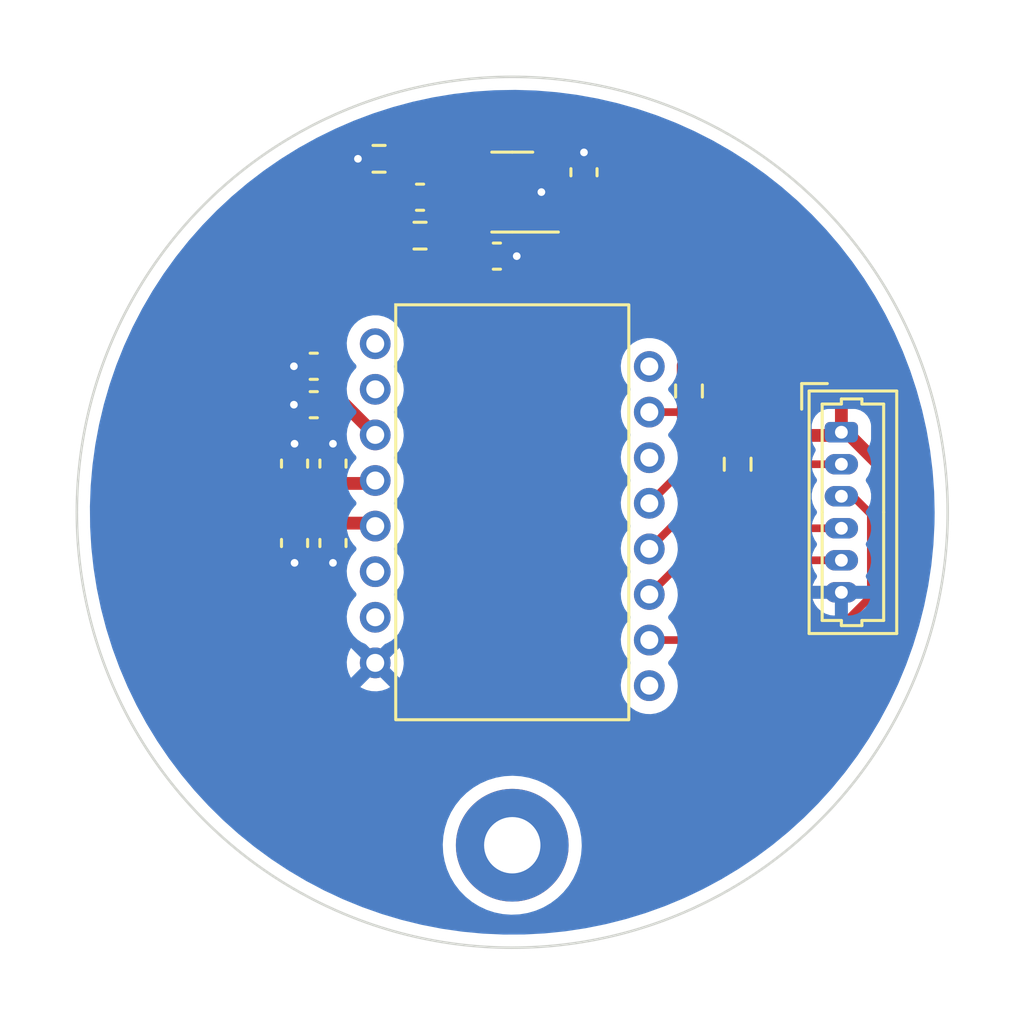
<source format=kicad_pcb>
(kicad_pcb (version 20211014) (generator pcbnew)
  (layers (0 "F.Cu" signal) (31 "B.Cu" power) (34 "B.Paste" user) (35 "F.Paste" user) (36 "B.SilkS" user "B.Silkscreen") (37 "F.SilkS" user "F.Silkscreen") (38 "B.Mask" user) (39 "F.Mask" user) (44 "Edge.Cuts" user))
  (net 0 "")
  (net 1 "VDDIO")
  (net 2 "GND")
  (net 3 "VDD")
  (net 4 "Net-(C2-Pad2)")
  (net 5 "VDDPIX")
  (net 6 "NCS")
  (net 7 "SCLK")
  (net 8 "MISO")
  (net 9 "MOSI")
  (net 10 "LED_P")
  (footprint "Capacitor_SMD:C_0603_1608Metric" (layer "F.Cu") (at 142.25 94.3 180)
    (fp_text reference "C8")
    (fp_text value "4.7uF")
    (fp_line (start -0.14058 -0.51) (end 0.14058 -0.51) (layer "F.SilkS") (width 0.12))
    (fp_line (start -0.14058 0.51) (end 0.14058 0.51) (layer "F.SilkS") (width 0.12))
    (pad "1" smd roundrect (at -0.775 0 180) (size 0.9 0.95) (layers "F.Cu" "F.Paste" "F.Mask") (net 5 "VDDPIX"))
    (pad "2" smd roundrect (at 0.775 0 180) (size 0.9 0.95) (layers "F.Cu" "F.Paste" "F.Mask") (net 2 "GND"))
  )
  (footprint "Package_TO_SOT_SMD:SOT-23-5" (layer "F.Cu") (at 150 87.5 180)
    (fp_text reference "LDO1")
    (fp_text value "AP2127K-ADJ")
    (fp_line (start 0 -1.56) (end -1.8 -1.56) (layer "F.SilkS") (width 0.12))
    (fp_line (start 0 -1.56) (end 0.8 -1.56) (layer "F.SilkS") (width 0.12))
    (fp_line (start 0 1.56) (end 0.8 1.56) (layer "F.SilkS") (width 0.12))
    (fp_line (start 0 1.56) (end -0.8 1.56) (layer "F.SilkS") (width 0.12))
    (pad "1" smd roundrect (at -1.1375 -0.95 180) (size 1.325 0.6) (layers "F.Cu" "F.Paste" "F.Mask") (net 1 "VDDIO"))
    (pad "2" smd roundrect (at -1.1375 0 180) (size 1.325 0.6) (layers "F.Cu" "F.Paste" "F.Mask") (net 2 "GND"))
    (pad "3" smd roundrect (at -1.1375 0.95 180) (size 1.325 0.6) (layers "F.Cu" "F.Paste" "F.Mask") (net 1 "VDDIO"))
    (pad "4" smd roundrect (at 1.1375 0.95 180) (size 1.325 0.6) (layers "F.Cu" "F.Paste" "F.Mask") (net 4 "Net-(C2-Pad2)"))
    (pad "5" smd roundrect (at 1.1375 -0.95 180) (size 1.325 0.6) (layers "F.Cu" "F.Paste" "F.Mask") (net 3 "VDD"))
  )
  (footprint "Capacitor_SMD:C_0603_1608Metric" (layer "F.Cu") (at 146.4 87.7 180)
    (fp_text reference "C2")
    (fp_text value "1.3pF")
    (fp_line (start -0.14058 -0.51) (end 0.14058 -0.51) (layer "F.SilkS") (width 0.12))
    (fp_line (start -0.14058 0.51) (end 0.14058 0.51) (layer "F.SilkS") (width 0.12))
    (pad "1" smd roundrect (at -0.775 0 180) (size 0.9 0.95) (layers "F.Cu" "F.Paste" "F.Mask") (net 3 "VDD"))
    (pad "2" smd roundrect (at 0.775 0 180) (size 0.9 0.95) (layers "F.Cu" "F.Paste" "F.Mask") (net 4 "Net-(C2-Pad2)"))
  )
  (footprint "Capacitor_SMD:C_0603_1608Metric" (layer "F.Cu") (at 149.4 90)
    (fp_text reference "C3")
    (fp_text value "10uF")
    (fp_line (start -0.14058 -0.51) (end 0.14058 -0.51) (layer "F.SilkS") (width 0.12))
    (fp_line (start -0.14058 0.51) (end 0.14058 0.51) (layer "F.SilkS") (width 0.12))
    (pad "1" smd roundrect (at -0.775 0) (size 0.9 0.95) (layers "F.Cu" "F.Paste" "F.Mask") (net 3 "VDD"))
    (pad "2" smd roundrect (at 0.775 0) (size 0.9 0.95) (layers "F.Cu" "F.Paste" "F.Mask") (net 2 "GND"))
  )
  (footprint "Connector_Molex:Molex_PicoBlade_53047-0610_1x06_P1.25mm_Vertical" (layer "F.Cu") (at 162.85 96.875 -90)
    (fp_text reference "H1")
    (fp_text value "Conn_01x06")
    (fp_line (start -1.1 0.75) (end -1.1 0) (layer "F.SilkS") (width 0.12))
    (fp_line (start -1.3 0) (end -1.3 -0.8) (layer "F.SilkS") (width 0.12))
    (fp_line (start 7.35 -1.65) (end 3.125 -1.65) (layer "F.SilkS") (width 0.12))
    (fp_line (start -1.9 1.55) (end -0.9 1.55) (layer "F.SilkS") (width 0.12))
    (fp_line (start -1.1 0) (end -1.3 0) (layer "F.SilkS") (width 0.12))
    (fp_line (start 7.35 -0.8) (end 7.35 -1.65) (layer "F.SilkS") (width 0.12))
    (fp_line (start 3.125 0.75) (end -1.1 0.75) (layer "F.SilkS") (width 0.12))
    (fp_line (start 7.55 -0.8) (end 7.35 -0.8) (layer "F.SilkS") (width 0.12))
    (fp_line (start -1.3 -0.8) (end -1.1 -0.8) (layer "F.SilkS") (width 0.12))
    (fp_line (start 7.35 0) (end 7.55 0) (layer "F.SilkS") (width 0.12))
    (fp_line (start -1.1 -1.65) (end 3.125 -1.65) (layer "F.SilkS") (width 0.12))
    (fp_line (start -1.61 -2.16) (end -1.61 1.26) (layer "F.SilkS") (width 0.12))
    (fp_line (start 7.55 0) (end 7.55 -0.8) (layer "F.SilkS") (width 0.12))
    (fp_line (start 3.125 0.75) (end 7.35 0.75) (layer "F.SilkS") (width 0.12))
    (fp_line (start -1.61 1.26) (end 7.86 1.26) (layer "F.SilkS") (width 0.12))
    (fp_line (start 7.86 1.26) (end 7.86 -2.16) (layer "F.SilkS") (width 0.12))
    (fp_line (start 7.35 0.75) (end 7.35 0) (layer "F.SilkS") (width 0.12))
    (fp_line (start 7.86 -2.16) (end -1.61 -2.16) (layer "F.SilkS") (width 0.12))
    (fp_line (start -1.1 -0.8) (end -1.1 -1.65) (layer "F.SilkS") (width 0.12))
    (fp_line (start -1.9 1.55) (end -1.9 0.55) (layer "F.SilkS") (width 0.12))
    (pad "1" thru_hole roundrect (at 0 0 270) (size 0.8 1.3) (drill 0.5) (layers *.Cu *.Mask) (net 1 "VDDIO"))
    (pad "2" thru_hole oval (at 1.25 0 270) (size 0.8 1.3) (drill 0.5) (layers *.Cu *.Mask) (net 6 "NCS"))
    (pad "3" thru_hole oval (at 2.5 0 270) (size 0.8 1.3) (drill 0.5) (layers *.Cu *.Mask) (net 7 "SCLK"))
    (pad "4" thru_hole oval (at 3.75 0 270) (size 0.8 1.3) (drill 0.5) (layers *.Cu *.Mask) (net 8 "MISO"))
    (pad "5" thru_hole oval (at 5 0 270) (size 0.8 1.3) (drill 0.5) (layers *.Cu *.Mask) (net 9 "MOSI"))
    (pad "6" thru_hole oval (at 6.25 0 270) (size 0.8 1.3) (drill 0.5) (layers *.Cu *.Mask) (net 2 "GND"))
  )
  (footprint "Resistor_SMD:R_0603_1608Metric" (layer "F.Cu") (at 144.8 86.2 180)
    (fp_text reference "R2")
    (fp_text value "10KR")
    (fp_line (start -0.237258 -0.5225) (end 0.237258 -0.5225) (layer "F.SilkS") (width 0.12))
    (fp_line (start -0.237258 0.5225) (end 0.237258 0.5225) (layer "F.SilkS") (width 0.12))
    (pad "1" smd roundrect (at -0.825 0 180) (size 0.8 0.95) (layers "F.Cu" "F.Paste" "F.Mask") (net 4 "Net-(C2-Pad2)"))
    (pad "2" smd roundrect (at 0.825 0 180) (size 0.8 0.95) (layers "F.Cu" "F.Paste" "F.Mask") (net 2 "GND"))
  )
  (footprint "Capacitor_SMD:C_0603_1608Metric" (layer "F.Cu") (at 141.5 101.2 -90)
    (fp_text reference "C6")
    (fp_text value "10uF")
    (fp_line (start -0.14058 0.51) (end 0.14058 0.51) (layer "F.SilkS") (width 0.12))
    (fp_line (start -0.14058 -0.51) (end 0.14058 -0.51) (layer "F.SilkS") (width 0.12))
    (pad "1" smd roundrect (at -0.775 0 270) (size 0.9 0.95) (layers "F.Cu" "F.Paste" "F.Mask") (net 1 "VDDIO"))
    (pad "2" smd roundrect (at 0.775 0 270) (size 0.9 0.95) (layers "F.Cu" "F.Paste" "F.Mask") (net 2 "GND"))
  )
  (footprint "Capacitor_SMD:C_0603_1608Metric" (layer "F.Cu") (at 143 98.1 90)
    (fp_text reference "C5")
    (fp_text value "100nF")
    (fp_line (start -0.14058 0.51) (end 0.14058 0.51) (layer "F.SilkS") (width 0.12))
    (fp_line (start -0.14058 -0.51) (end 0.14058 -0.51) (layer "F.SilkS") (width 0.12))
    (pad "1" smd roundrect (at -0.775 0 90) (size 0.9 0.95) (layers "F.Cu" "F.Paste" "F.Mask") (net 3 "VDD"))
    (pad "2" smd roundrect (at 0.775 0 90) (size 0.9 0.95) (layers "F.Cu" "F.Paste" "F.Mask") (net 2 "GND"))
  )
  (footprint "Resistor_SMD:R_0603_1608Metric" (layer "F.Cu") (at 156.9 95.265 90)
    (fp_text reference "R3")
    (fp_text value "39R")
    (fp_line (start -0.237258 0.5225) (end 0.237258 0.5225) (layer "F.SilkS") (width 0.12))
    (fp_line (start -0.237258 -0.5225) (end 0.237258 -0.5225) (layer "F.SilkS") (width 0.12))
    (pad "1" smd roundrect (at -0.825 0 90) (size 0.8 0.95) (layers "F.Cu" "F.Paste" "F.Mask") (net 10 "LED_P"))
    (pad "2" smd roundrect (at 0.825 0 90) (size 0.8 0.95) (layers "F.Cu" "F.Paste" "F.Mask") (net 3 "VDD"))
  )
  (footprint "PixArt:PMW3360DM-T2QU" (layer "F.Cu") (at 150 100)
    (fp_text reference "SN1")
    (fp_text value "PMW3360DM-T2QU")
    (fp_rect (start -4.55 -8.1) (end 4.55 8.1) (layer "F.SilkS") (width 0.12) (fill none))
    (pad "1" thru_hole circle (at -5.35 -6.58) (size 1.2 1.2) (drill 0.7) (layers *.Cu *.Mask))
    (pad "2" thru_hole circle (at -5.35 -4.8) (size 1.2 1.2) (drill 0.7) (layers *.Cu *.Mask))
    (pad "3" thru_hole circle (at -5.35 -3.02) (size 1.2 1.2) (drill 0.7) (layers *.Cu *.Mask) (net 5 "VDDPIX"))
    (pad "4" thru_hole circle (at -5.35 -1.24) (size 1.2 1.2) (drill 0.7) (layers *.Cu *.Mask) (net 3 "VDD"))
    (pad "5" thru_hole circle (at -5.35 0.54) (size 1.2 1.2) (drill 0.7) (layers *.Cu *.Mask) (net 1 "VDDIO"))
    (pad "6" thru_hole circle (at -5.35 2.32) (size 1.2 1.2) (drill 0.7) (layers *.Cu *.Mask))
    (pad "7" thru_hole circle (at -5.35 4.1) (size 1.2 1.2) (drill 0.7) (layers *.Cu *.Mask))
    (pad "8" thru_hole circle (at -5.35 5.88) (size 1.2 1.2) (drill 0.7) (layers *.Cu *.Mask) (net 2 "GND"))
    (pad "9" thru_hole circle (at 5.35 6.77) (size 1.2 1.2) (drill 0.7) (layers *.Cu *.Mask))
    (pad "10" thru_hole circle (at 5.35 4.99) (size 1.2 1.2) (drill 0.7) (layers *.Cu *.Mask) (net 7 "SCLK"))
    (pad "11" thru_hole circle (at 5.35 3.21) (size 1.2 1.2) (drill 0.7) (layers *.Cu *.Mask) (net 9 "MOSI"))
    (pad "12" thru_hole circle (at 5.35 1.43) (size 1.2 1.2) (drill 0.7) (layers *.Cu *.Mask) (net 8 "MISO"))
    (pad "13" thru_hole circle (at 5.35 -0.35) (size 1.2 1.2) (drill 0.7) (layers *.Cu *.Mask) (net 6 "NCS"))
    (pad "14" thru_hole circle (at 5.35 -2.13) (size 1.2 1.2) (drill 0.7) (layers *.Cu *.Mask))
    (pad "15" thru_hole circle (at 5.35 -3.91) (size 1.2 1.2) (drill 0.7) (layers *.Cu *.Mask) (net 10 "LED_P"))
    (pad "16" thru_hole circle (at 5.35 -5.69) (size 1.2 1.2) (drill 0.7) (layers *.Cu *.Mask))
  )
  (footprint "Capacitor_SMD:C_0603_1608Metric" (layer "F.Cu") (at 152.8 86.725 90)
    (fp_text reference "C1")
    (fp_text value "10uF")
    (fp_line (start -0.14058 -0.51) (end 0.14058 -0.51) (layer "F.SilkS") (width 0.12))
    (fp_line (start -0.14058 0.51) (end 0.14058 0.51) (layer "F.SilkS") (width 0.12))
    (pad "1" smd roundrect (at -0.775 0 90) (size 0.9 0.95) (layers "F.Cu" "F.Paste" "F.Mask") (net 1 "VDDIO"))
    (pad "2" smd roundrect (at 0.775 0 90) (size 0.9 0.95) (layers "F.Cu" "F.Paste" "F.Mask") (net 2 "GND"))
  )
  (footprint "Capacitor_SMD:C_0603_1608Metric" (layer "F.Cu") (at 143 101.2 -90)
    (fp_text reference "C7")
    (fp_text value "100nF")
    (fp_line (start -0.14058 -0.51) (end 0.14058 -0.51) (layer "F.SilkS") (width 0.12))
    (fp_line (start -0.14058 0.51) (end 0.14058 0.51) (layer "F.SilkS") (width 0.12))
    (pad "1" smd roundrect (at -0.775 0 270) (size 0.9 0.95) (layers "F.Cu" "F.Paste" "F.Mask") (net 1 "VDDIO"))
    (pad "2" smd roundrect (at 0.775 0 270) (size 0.9 0.95) (layers "F.Cu" "F.Paste" "F.Mask") (net 2 "GND"))
  )
  (footprint "Resistor_SMD:R_0603_1608Metric" (layer "F.Cu") (at 158.8 98.125 90)
    (fp_text reference "R4")
    (fp_text value "10KR")
    (fp_line (start -0.237258 -0.5225) (end 0.237258 -0.5225) (layer "F.SilkS") (width 0.12))
    (fp_line (start -0.237258 0.5225) (end 0.237258 0.5225) (layer "F.SilkS") (width 0.12))
    (pad "1" smd roundrect (at -0.825 0 90) (size 0.8 0.95) (layers "F.Cu" "F.Paste" "F.Mask") (net 8 "MISO"))
    (pad "2" smd roundrect (at 0.825 0 90) (size 0.8 0.95) (layers "F.Cu" "F.Paste" "F.Mask") (net 1 "VDDIO"))
  )
  (footprint "Resistor_SMD:R_0603_1608Metric" (layer "F.Cu") (at 146.4 89.2 180)
    (fp_text reference "R1")
    (fp_text value "15KR")
    (fp_line (start -0.237258 -0.5225) (end 0.237258 -0.5225) (layer "F.SilkS") (width 0.12))
    (fp_line (start -0.237258 0.5225) (end 0.237258 0.5225) (layer "F.SilkS") (width 0.12))
    (pad "1" smd roundrect (at -0.825 0 180) (size 0.8 0.95) (layers "F.Cu" "F.Paste" "F.Mask") (net 3 "VDD"))
    (pad "2" smd roundrect (at 0.825 0 180) (size 0.8 0.95) (layers "F.Cu" "F.Paste" "F.Mask") (net 4 "Net-(C2-Pad2)"))
  )
  (footprint "Capacitor_SMD:C_0603_1608Metric" (layer "F.Cu") (at 141.5 98.1 90)
    (fp_text reference "C4")
    (fp_text value "10uF")
    (fp_line (start -0.14058 0.51) (end 0.14058 0.51) (layer "F.SilkS") (width 0.12))
    (fp_line (start -0.14058 -0.51) (end 0.14058 -0.51) (layer "F.SilkS") (width 0.12))
    (pad "1" smd roundrect (at -0.775 0 90) (size 0.9 0.95) (layers "F.Cu" "F.Paste" "F.Mask") (net 3 "VDD"))
    (pad "2" smd roundrect (at 0.775 0 90) (size 0.9 0.95) (layers "F.Cu" "F.Paste" "F.Mask") (net 2 "GND"))
  )
  (footprint "MountingHole:MountingHole_2.2mm_M2_Pad" (layer "F.Cu") (at 150 113)
    (fp_text reference "MNT1")
    (fp_text value "MountingHole")
    (pad "1" thru_hole circle (at 0 0) (size 4.4 4.4) (drill 2.2) (layers *.Cu *.Mask))
  )
  (footprint "Capacitor_SMD:C_0603_1608Metric" (layer "F.Cu") (at 142.25 95.8 180)
    (fp_text reference "C9")
    (fp_text value "100nF")
    (fp_line (start -0.14058 0.51) (end 0.14058 0.51) (layer "F.SilkS") (width 0.12))
    (fp_line (start -0.14058 -0.51) (end 0.14058 -0.51) (layer "F.SilkS") (width 0.12))
    (pad "1" smd roundrect (at -0.775 0 180) (size 0.9 0.95) (layers "F.Cu" "F.Paste" "F.Mask") (net 5 "VDDPIX"))
    (pad "2" smd roundrect (at 0.775 0 180) (size 0.9 0.95) (layers "F.Cu" "F.Paste" "F.Mask") (net 2 "GND"))
  )
  (gr_circle (center 150 100) (end 167 100) (layer "Edge.Cuts") (width 0.1) (fill none))
  (segment (start 141.5 100.425) (end 143 100.425) (width 0.5) (layer "F.Cu") (net 1))
  (segment (start 152.8 87.5) (end 151.85 88.45) (width 0.5) (layer "F.Cu") (net 1))
  (segment (start 164.8 98.623598) (end 164.8 104.1) (width 0.5) (layer "F.Cu") (net 1))
  (segment (start 159.8 109.1) (end 141.3 109.1) (width 0.5) (layer "F.Cu") (net 1))
  (segment (start 151.85 86.55) (end 151.1375 86.55) (width 0.5) (layer "F.Cu") (net 1))
  (segment (start 162.725 97) (end 159.1 97) (width 0.5) (layer "F.Cu") (net 1))
  (segment (start 162.85 96.875) (end 162.85 92.65) (width 0.5) (layer "F.Cu") (net 1))
  (segment (start 159.1 97) (end 158.8 97.3) (width 0.5) (layer "F.Cu") (net 1))
  (segment (start 140.675 100.425) (end 141.5 100.425) (width 0.5) (layer "F.Cu") (net 1))
  (segment (start 157.7 87.5) (end 152.8 87.5) (width 0.5) (layer "F.Cu") (net 1))
  (segment (start 144.535 100.425) (end 144.65 100.54) (width 0.5) (layer "F.Cu") (net 1))
  (segment (start 139.4 107.2) (end 139.4 101.7) (width 0.5) (layer "F.Cu") (net 1))
  (segment (start 162.85 96.875) (end 162.725 97) (width 0.5) (layer "F.Cu") (net 1))
  (segment (start 141.3 109.1) (end 139.4 107.2) (width 0.5) (layer "F.Cu") (net 1))
  (segment (start 162.85 92.65) (end 157.7 87.5) (width 0.5) (layer "F.Cu") (net 1))
  (segment (start 139.4 101.7) (end 140.675 100.425) (width 0.5) (layer "F.Cu") (net 1))
  (segment (start 162.85 96.875) (end 163.051402 96.875) (width 0.5) (layer "F.Cu") (net 1))
  (segment (start 163.051402 96.875) (end 164.8 98.623598) (width 0.5) (layer "F.Cu") (net 1))
  (segment (start 164.8 104.1) (end 159.8 109.1) (width 0.5) (layer "F.Cu") (net 1))
  (segment (start 152.8 87.5) (end 151.85 86.55) (width 0.5) (layer "F.Cu") (net 1))
  (segment (start 143 100.425) (end 144.535 100.425) (width 0.5) (layer "F.Cu") (net 1))
  (segment (start 151.85 88.45) (end 151.1375 88.45) (width 0.5) (layer "F.Cu") (net 1))
  (via (at 151.1375 87.5) (size 0.6) (drill 0.3) (layers "F.Cu" "B.Cu") (net 2))
  (via (at 143 97.325) (size 0.6) (drill 0.3) (layers "F.Cu" "B.Cu") (net 2))
  (via (at 150.175 90) (size 0.6) (drill 0.3) (layers "F.Cu" "B.Cu") (net 2))
  (via (at 141.5 101.975) (size 0.6) (drill 0.3) (layers "F.Cu" "B.Cu") (net 2))
  (via (at 141.475 95.8) (size 0.6) (drill 0.3) (layers "F.Cu" "B.Cu") (net 2))
  (via (at 141.5 97.325) (size 0.6) (drill 0.3) (layers "F.Cu" "B.Cu") (net 2))
  (via (at 141.475 94.3) (size 0.6) (drill 0.3) (layers "F.Cu" "B.Cu") (net 2))
  (via (at 152.8 85.95) (size 0.6) (drill 0.3) (layers "F.Cu" "B.Cu") (net 2))
  (via (at 143 101.975) (size 0.6) (drill 0.3) (layers "F.Cu" "B.Cu") (net 2))
  (via (at 143.975 86.2) (size 0.6) (drill 0.3) (layers "F.Cu" "B.Cu") (net 2))
  (segment (start 147.975 88.45) (end 147.225 89.2) (width 0.5) (layer "F.Cu") (net 3))
  (segment (start 147.925 88.45) (end 147.175 87.7) (width 0.5) (layer "F.Cu") (net 3))
  (segment (start 148.625 90) (end 148.625 88.6875) (width 0.5) (layer "F.Cu") (net 3))
  (segment (start 148.625 88.6875) (end 148.8625 88.45) (width 0.5) (layer "F.Cu") (net 3))
  (segment (start 148.8625 88.45) (end 147.975 88.45) (width 0.5) (layer "F.Cu") (net 3))
  (segment (start 143 98.875) (end 144.535 98.875) (width 0.5) (layer "F.Cu") (net 3))
  (segment (start 148.8625 88.45) (end 147.925 88.45) (width 0.5) (layer "F.Cu") (net 3))
  (segment (start 147.725 90.9) (end 148.625 90) (width 0.5) (layer "F.Cu") (net 3))
  (segment (start 141.5 98.875) (end 140.57548 97.95048) (width 0.5) (layer "F.Cu") (net 3))
  (segment (start 155.5 91.2) (end 156.9 92.6) (width 0.5) (layer "F.Cu") (net 3))
  (segment (start 140.57548 93.770605) (end 143.446085 90.9) (width 0.5) (layer "F.Cu") (net 3))
  (segment (start 148.625 90) (end 149.825 91.2) (width 0.5) (layer "F.Cu") (net 3))
  (segment (start 144.535 98.875) (end 144.65 98.76) (width 0.5) (layer "F.Cu") (net 3))
  (segment (start 141.5 98.875) (end 143 98.875) (width 0.5) (layer "F.Cu") (net 3))
  (segment (start 140.57548 97.95048) (end 140.57548 93.770605) (width 0.5) (layer "F.Cu") (net 3))
  (segment (start 156.9 92.6) (end 156.9 94.44) (width 0.5) (layer "F.Cu") (net 3))
  (segment (start 149.825 91.2) (end 155.5 91.2) (width 0.5) (layer "F.Cu") (net 3))
  (segment (start 143.446085 90.9) (end 147.725 90.9) (width 0.5) (layer "F.Cu") (net 3))
  (segment (start 145.575 89.2) (end 145.575 87.75) (width 0.5) (layer "F.Cu") (net 4))
  (segment (start 146.775 86.55) (end 148.8625 86.55) (width 0.5) (layer "F.Cu") (net 4))
  (segment (start 145.625 86.925) (end 145.625 86.2) (width 0.5) (layer "F.Cu") (net 4))
  (segment (start 145.625 87.7) (end 145.625 86.925) (width 0.5) (layer "F.Cu") (net 4))
  (segment (start 145.625 87.7) (end 146.775 86.55) (width 0.5) (layer "F.Cu") (net 4))
  (segment (start 145.575 87.75) (end 145.625 87.7) (width 0.5) (layer "F.Cu") (net 4))
  (segment (start 143.025 94.3) (end 143.025 95.8) (width 0.5) (layer "F.Cu") (net 5))
  (segment (start 143.025 95.8) (end 143.47 95.8) (width 0.5) (layer "F.Cu") (net 5))
  (segment (start 143.47 95.8) (end 144.65 96.98) (width 0.5) (layer "F.Cu") (net 5))
  (segment (start 156.875 98.125) (end 155.35 99.65) (width 0.3) (layer "F.Cu") (net 6))
  (segment (start 162.85 98.125) (end 156.875 98.125) (width 0.3) (layer "F.Cu") (net 6))
  (segment (start 162.294981 104.99) (end 155.35 104.99) (width 0.3) (layer "F.Cu") (net 7))
  (segment (start 162.85 99.375) (end 163.3 99.375) (width 0.3) (layer "F.Cu") (net 7))
  (segment (start 164 100.075) (end 164 103.284981) (width 0.3) (layer "F.Cu") (net 7))
  (segment (start 163.3 99.375) (end 164 100.075) (width 0.3) (layer "F.Cu") (net 7))
  (segment (start 164 103.284981) (end 162.294981 104.99) (width 0.3) (layer "F.Cu") (net 7))
  (segment (start 162.85 100.625) (end 160.475 100.625) (width 0.3) (layer "F.Cu") (net 8))
  (segment (start 157.83 98.95) (end 155.35 101.43) (width 0.3) (layer "F.Cu") (net 8))
  (segment (start 160.475 100.625) (end 158.8 98.95) (width 0.3) (layer "F.Cu") (net 8))
  (segment (start 158.8 98.95) (end 157.83 98.95) (width 0.3) (layer "F.Cu") (net 8))
  (segment (start 156.685 101.875) (end 155.35 103.21) (width 0.3) (layer "F.Cu") (net 9))
  (segment (start 162.85 101.875) (end 156.685 101.875) (width 0.3) (layer "F.Cu") (net 9))
  (segment (start 155.35 96.09) (end 156.9 96.09) (width 0.3) (layer "F.Cu") (net 10))
  (zone (net 2) (net_name "GND") (layer "B.Cu") (connect_pads (clearance 0.508)) (min_thickness 0.254) (fill yes (thermal_gap 0.508) (thermal_bridge_width 0.508))
    (polygon (pts (xy 170 120) (xy 130 120) (xy 130 80) (xy 170 80)))
  )
)
</source>
